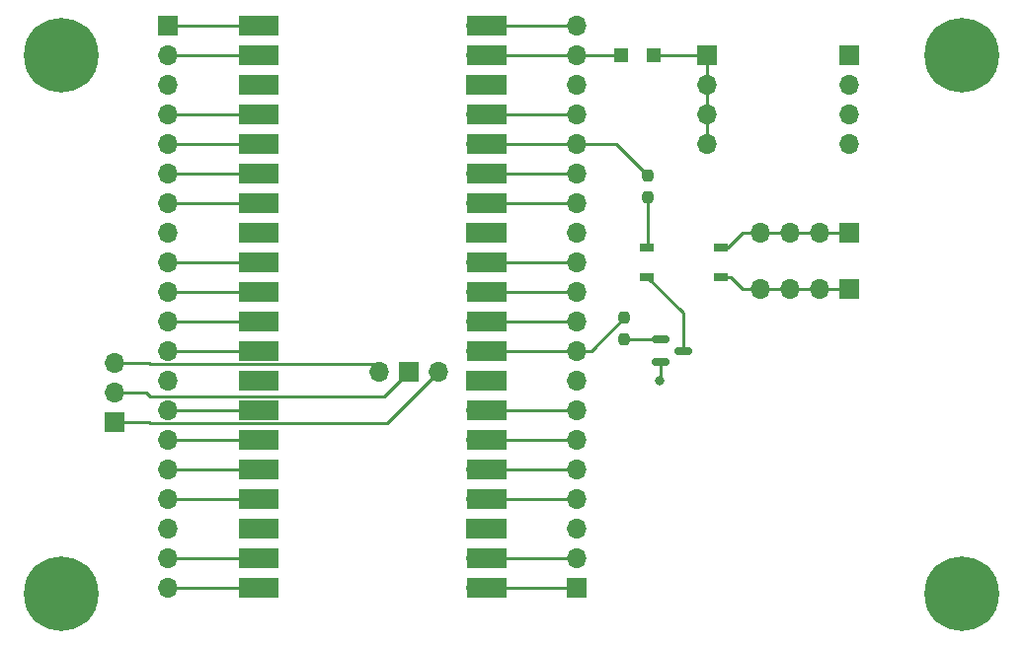
<source format=gtl>
%TF.GenerationSoftware,KiCad,Pcbnew,7.0.8*%
%TF.CreationDate,2023-11-16T15:54:20-08:00*%
%TF.ProjectId,wifi_pc_power_switch,77696669-5f70-4635-9f70-6f7765725f73,rev?*%
%TF.SameCoordinates,Original*%
%TF.FileFunction,Copper,L1,Top*%
%TF.FilePolarity,Positive*%
%FSLAX46Y46*%
G04 Gerber Fmt 4.6, Leading zero omitted, Abs format (unit mm)*
G04 Created by KiCad (PCBNEW 7.0.8) date 2023-11-16 15:54:20*
%MOMM*%
%LPD*%
G01*
G04 APERTURE LIST*
G04 Aperture macros list*
%AMRoundRect*
0 Rectangle with rounded corners*
0 $1 Rounding radius*
0 $2 $3 $4 $5 $6 $7 $8 $9 X,Y pos of 4 corners*
0 Add a 4 corners polygon primitive as box body*
4,1,4,$2,$3,$4,$5,$6,$7,$8,$9,$2,$3,0*
0 Add four circle primitives for the rounded corners*
1,1,$1+$1,$2,$3*
1,1,$1+$1,$4,$5*
1,1,$1+$1,$6,$7*
1,1,$1+$1,$8,$9*
0 Add four rect primitives between the rounded corners*
20,1,$1+$1,$2,$3,$4,$5,0*
20,1,$1+$1,$4,$5,$6,$7,0*
20,1,$1+$1,$6,$7,$8,$9,0*
20,1,$1+$1,$8,$9,$2,$3,0*%
G04 Aperture macros list end*
%TA.AperFunction,SMDPad,CuDef*%
%ADD10RoundRect,0.150000X-0.587500X-0.150000X0.587500X-0.150000X0.587500X0.150000X-0.587500X0.150000X0*%
%TD*%
%TA.AperFunction,ComponentPad*%
%ADD11R,1.700000X1.700000*%
%TD*%
%TA.AperFunction,ComponentPad*%
%ADD12O,1.700000X1.700000*%
%TD*%
%TA.AperFunction,SMDPad,CuDef*%
%ADD13RoundRect,0.237500X0.237500X-0.250000X0.237500X0.250000X-0.237500X0.250000X-0.237500X-0.250000X0*%
%TD*%
%TA.AperFunction,ComponentPad*%
%ADD14C,0.800000*%
%TD*%
%TA.AperFunction,ComponentPad*%
%ADD15C,6.400000*%
%TD*%
%TA.AperFunction,SMDPad,CuDef*%
%ADD16R,1.200000X1.200000*%
%TD*%
%TA.AperFunction,SMDPad,CuDef*%
%ADD17R,3.500000X1.700000*%
%TD*%
%TA.AperFunction,SMDPad,CuDef*%
%ADD18R,1.200000X0.800000*%
%TD*%
%TA.AperFunction,ViaPad*%
%ADD19C,0.800000*%
%TD*%
%TA.AperFunction,Conductor*%
%ADD20C,0.250000*%
%TD*%
G04 APERTURE END LIST*
D10*
%TO.P,Q1,1,G*%
%TO.N,Net-(Q1-G)*%
X188038500Y-104714000D03*
%TO.P,Q1,2,S*%
%TO.N,GND*%
X188038500Y-106614000D03*
%TO.P,Q1,3,D*%
%TO.N,Net-(Q1-D)*%
X189913500Y-105664000D03*
%TD*%
D11*
%TO.P,J7,1,Pin_1*%
%TO.N,Net-(J7-Pin_1)*%
X204216000Y-100330000D03*
D12*
%TO.P,J7,2,Pin_2*%
X201676000Y-100330000D03*
%TO.P,J7,3,Pin_3*%
X199136000Y-100330000D03*
%TO.P,J7,4,Pin_4*%
X196596000Y-100330000D03*
%TD*%
D11*
%TO.P,J6,1,Pin_1*%
%TO.N,Net-(J6-Pin_1)*%
X204216000Y-95504000D03*
D12*
%TO.P,J6,2,Pin_2*%
X201676000Y-95504000D03*
%TO.P,J6,3,Pin_3*%
X199136000Y-95504000D03*
%TO.P,J6,4,Pin_4*%
X196596000Y-95504000D03*
%TD*%
D11*
%TO.P,J1,1,Pin_1*%
%TO.N,Net-(J1-Pin_1)*%
X145796000Y-77724000D03*
D12*
%TO.P,J1,2,Pin_2*%
%TO.N,Net-(J1-Pin_2)*%
X145796000Y-80264000D03*
%TO.P,J1,3,Pin_3*%
%TO.N,GND*%
X145796000Y-82804000D03*
%TO.P,J1,4,Pin_4*%
%TO.N,Net-(J1-Pin_4)*%
X145796000Y-85344000D03*
%TO.P,J1,5,Pin_5*%
%TO.N,Net-(J1-Pin_5)*%
X145796000Y-87884000D03*
%TO.P,J1,6,Pin_6*%
%TO.N,Net-(J1-Pin_6)*%
X145796000Y-90424000D03*
%TO.P,J1,7,Pin_7*%
%TO.N,Net-(J1-Pin_7)*%
X145796000Y-92964000D03*
%TO.P,J1,8,Pin_8*%
%TO.N,GND*%
X145796000Y-95504000D03*
%TO.P,J1,9,Pin_9*%
%TO.N,Net-(J1-Pin_9)*%
X145796000Y-98044000D03*
%TO.P,J1,10,Pin_10*%
%TO.N,Net-(J1-Pin_10)*%
X145796000Y-100584000D03*
%TO.P,J1,11,Pin_11*%
%TO.N,Net-(J1-Pin_11)*%
X145796000Y-103124000D03*
%TO.P,J1,12,Pin_12*%
%TO.N,Net-(J1-Pin_12)*%
X145796000Y-105664000D03*
%TO.P,J1,13,Pin_13*%
%TO.N,GND*%
X145796000Y-108204000D03*
%TO.P,J1,14,Pin_14*%
%TO.N,Net-(J1-Pin_14)*%
X145796000Y-110744000D03*
%TO.P,J1,15,Pin_15*%
%TO.N,Net-(J1-Pin_15)*%
X145796000Y-113284000D03*
%TO.P,J1,16,Pin_16*%
%TO.N,Net-(J1-Pin_16)*%
X145796000Y-115824000D03*
%TO.P,J1,17,Pin_17*%
%TO.N,Net-(J1-Pin_17)*%
X145796000Y-118364000D03*
%TO.P,J1,18,Pin_18*%
%TO.N,GND*%
X145796000Y-120904000D03*
%TO.P,J1,19,Pin_19*%
%TO.N,Net-(J1-Pin_19)*%
X145796000Y-123444000D03*
%TO.P,J1,20,Pin_20*%
%TO.N,Net-(J1-Pin_20)*%
X145796000Y-125984000D03*
%TD*%
D13*
%TO.P,R1,1*%
%TO.N,Net-(Q1-G)*%
X184912000Y-104648000D03*
%TO.P,R1,2*%
%TO.N,/EN*%
X184912000Y-102823000D03*
%TD*%
D14*
%TO.P,H2,1,1*%
%TO.N,GND*%
X211468000Y-80264000D03*
X212170944Y-78566944D03*
X212170944Y-81961056D03*
X213868000Y-77864000D03*
D15*
X213868000Y-80264000D03*
D14*
X213868000Y-82664000D03*
X215565056Y-78566944D03*
X215565056Y-81961056D03*
X216268000Y-80264000D03*
%TD*%
D11*
%TO.P,J5,1,Pin_1*%
%TO.N,GND*%
X204216000Y-80264000D03*
D12*
%TO.P,J5,2,Pin_2*%
X204216000Y-82804000D03*
%TO.P,J5,3,Pin_3*%
X204216000Y-85344000D03*
%TO.P,J5,4,Pin_4*%
X204216000Y-87884000D03*
%TD*%
D16*
%TO.P,D2,1,K*%
%TO.N,Net-(D2-K)*%
X184652000Y-80264000D03*
%TO.P,D2,2,A*%
%TO.N,Net-(D2-A)*%
X187452000Y-80264000D03*
%TD*%
D11*
%TO.P,J3,1,Pin_1*%
%TO.N,Net-(D2-A)*%
X192024000Y-80264000D03*
D12*
%TO.P,J3,2,Pin_2*%
X192024000Y-82804000D03*
%TO.P,J3,3,Pin_3*%
X192024000Y-85344000D03*
%TO.P,J3,4,Pin_4*%
X192024000Y-87884000D03*
%TD*%
D11*
%TO.P,J4,1,Pin_1*%
%TO.N,Net-(J4-Pin_1)*%
X141199000Y-111760000D03*
D12*
%TO.P,J4,2,Pin_2*%
%TO.N,Net-(J4-Pin_2)*%
X141199000Y-109220000D03*
%TO.P,J4,3,Pin_3*%
%TO.N,Net-(J4-Pin_3)*%
X141199000Y-106680000D03*
%TD*%
D13*
%TO.P,R2,1*%
%TO.N,Net-(R2-Pad1)*%
X186944000Y-92456000D03*
%TO.P,R2,2*%
%TO.N,/V_{3.3}*%
X186944000Y-90631000D03*
%TD*%
D12*
%TO.P,U1,1,GPIO0*%
%TO.N,Net-(J1-Pin_1)*%
X154432000Y-77724000D03*
D17*
X153532000Y-77724000D03*
D12*
%TO.P,U1,2,GPIO1*%
%TO.N,Net-(J1-Pin_2)*%
X154432000Y-80264000D03*
D17*
X153532000Y-80264000D03*
D11*
%TO.P,U1,3,GND*%
%TO.N,GND*%
X154432000Y-82804000D03*
D17*
X153532000Y-82804000D03*
D12*
%TO.P,U1,4,GPIO2*%
%TO.N,Net-(J1-Pin_4)*%
X154432000Y-85344000D03*
D17*
X153532000Y-85344000D03*
D12*
%TO.P,U1,5,GPIO3*%
%TO.N,Net-(J1-Pin_5)*%
X154432000Y-87884000D03*
D17*
X153532000Y-87884000D03*
D12*
%TO.P,U1,6,GPIO4*%
%TO.N,Net-(J1-Pin_6)*%
X154432000Y-90424000D03*
D17*
X153532000Y-90424000D03*
D12*
%TO.P,U1,7,GPIO5*%
%TO.N,Net-(J1-Pin_7)*%
X154432000Y-92964000D03*
D17*
X153532000Y-92964000D03*
D11*
%TO.P,U1,8,GND*%
%TO.N,GND*%
X154432000Y-95504000D03*
D17*
X153532000Y-95504000D03*
D12*
%TO.P,U1,9,GPIO6*%
%TO.N,Net-(J1-Pin_9)*%
X154432000Y-98044000D03*
D17*
X153532000Y-98044000D03*
D12*
%TO.P,U1,10,GPIO7*%
%TO.N,Net-(J1-Pin_10)*%
X154432000Y-100584000D03*
D17*
X153532000Y-100584000D03*
D12*
%TO.P,U1,11,GPIO8*%
%TO.N,Net-(J1-Pin_11)*%
X154432000Y-103124000D03*
D17*
X153532000Y-103124000D03*
D12*
%TO.P,U1,12,GPIO9*%
%TO.N,Net-(J1-Pin_12)*%
X154432000Y-105664000D03*
D17*
X153532000Y-105664000D03*
D11*
%TO.P,U1,13,GND*%
%TO.N,GND*%
X154432000Y-108204000D03*
D17*
X153532000Y-108204000D03*
D12*
%TO.P,U1,14,GPIO10*%
%TO.N,Net-(J1-Pin_14)*%
X154432000Y-110744000D03*
D17*
X153532000Y-110744000D03*
D12*
%TO.P,U1,15,GPIO11*%
%TO.N,Net-(J1-Pin_15)*%
X154432000Y-113284000D03*
D17*
X153532000Y-113284000D03*
D12*
%TO.P,U1,16,GPIO12*%
%TO.N,Net-(J1-Pin_16)*%
X154432000Y-115824000D03*
D17*
X153532000Y-115824000D03*
D12*
%TO.P,U1,17,GPIO13*%
%TO.N,Net-(J1-Pin_17)*%
X154432000Y-118364000D03*
D17*
X153532000Y-118364000D03*
D11*
%TO.P,U1,18,GND*%
%TO.N,GND*%
X154432000Y-120904000D03*
D17*
X153532000Y-120904000D03*
D12*
%TO.P,U1,19,GPIO14*%
%TO.N,Net-(J1-Pin_19)*%
X154432000Y-123444000D03*
D17*
X153532000Y-123444000D03*
D12*
%TO.P,U1,20,GPIO15*%
%TO.N,Net-(J1-Pin_20)*%
X154432000Y-125984000D03*
D17*
X153532000Y-125984000D03*
D12*
%TO.P,U1,21,GPIO16*%
%TO.N,Net-(J2-Pin_1)*%
X172212000Y-125984000D03*
D17*
X173112000Y-125984000D03*
D12*
%TO.P,U1,22,GPIO17*%
%TO.N,Net-(J2-Pin_2)*%
X172212000Y-123444000D03*
D17*
X173112000Y-123444000D03*
D11*
%TO.P,U1,23,GND*%
%TO.N,GND*%
X172212000Y-120904000D03*
D17*
X173112000Y-120904000D03*
D12*
%TO.P,U1,24,GPIO18*%
%TO.N,Net-(J2-Pin_4)*%
X172212000Y-118364000D03*
D17*
X173112000Y-118364000D03*
D12*
%TO.P,U1,25,GPIO19*%
%TO.N,Net-(J2-Pin_5)*%
X172212000Y-115824000D03*
D17*
X173112000Y-115824000D03*
D12*
%TO.P,U1,26,GPIO20*%
%TO.N,Net-(J2-Pin_6)*%
X172212000Y-113284000D03*
D17*
X173112000Y-113284000D03*
D12*
%TO.P,U1,27,GPIO21*%
%TO.N,Net-(J2-Pin_7)*%
X172212000Y-110744000D03*
D17*
X173112000Y-110744000D03*
D11*
%TO.P,U1,28,GND*%
%TO.N,GND*%
X172212000Y-108204000D03*
D17*
X173112000Y-108204000D03*
D12*
%TO.P,U1,29,GPIO22*%
%TO.N,/EN*%
X172212000Y-105664000D03*
D17*
X173112000Y-105664000D03*
D12*
%TO.P,U1,30,RUN*%
%TO.N,Net-(J2-Pin_10)*%
X172212000Y-103124000D03*
D17*
X173112000Y-103124000D03*
D12*
%TO.P,U1,31,GPIO26_ADC0*%
%TO.N,Net-(J2-Pin_11)*%
X172212000Y-100584000D03*
D17*
X173112000Y-100584000D03*
D12*
%TO.P,U1,32,GPIO27_ADC1*%
%TO.N,Net-(J2-Pin_12)*%
X172212000Y-98044000D03*
D17*
X173112000Y-98044000D03*
D11*
%TO.P,U1,33,AGND*%
%TO.N,GND*%
X172212000Y-95504000D03*
D17*
X173112000Y-95504000D03*
D12*
%TO.P,U1,34,GPIO28_ADC2*%
%TO.N,Net-(J2-Pin_14)*%
X172212000Y-92964000D03*
D17*
X173112000Y-92964000D03*
D12*
%TO.P,U1,35,ADC_VREF*%
%TO.N,Net-(J2-Pin_15)*%
X172212000Y-90424000D03*
D17*
X173112000Y-90424000D03*
D12*
%TO.P,U1,36,3V3*%
%TO.N,/V_{3.3}*%
X172212000Y-87884000D03*
D17*
X173112000Y-87884000D03*
D12*
%TO.P,U1,37,3V3_EN*%
%TO.N,Net-(J2-Pin_17)*%
X172212000Y-85344000D03*
D17*
X173112000Y-85344000D03*
D11*
%TO.P,U1,38,GND*%
%TO.N,GND*%
X172212000Y-82804000D03*
D17*
X173112000Y-82804000D03*
D12*
%TO.P,U1,39,VSYS*%
%TO.N,Net-(D2-K)*%
X172212000Y-80264000D03*
D17*
X173112000Y-80264000D03*
D12*
%TO.P,U1,40,VBUS*%
%TO.N,Net-(J2-Pin_20)*%
X172212000Y-77724000D03*
D17*
X173112000Y-77724000D03*
D12*
%TO.P,U1,41,SWCLK*%
%TO.N,Net-(J4-Pin_3)*%
X163906100Y-107454000D03*
D11*
%TO.P,U1,42,GND*%
%TO.N,Net-(J4-Pin_2)*%
X166446100Y-107454000D03*
D12*
%TO.P,U1,43,SWDIO*%
%TO.N,Net-(J4-Pin_1)*%
X168986100Y-107454000D03*
%TD*%
D14*
%TO.P,H1,1,1*%
%TO.N,GND*%
X134252000Y-80264000D03*
X134954944Y-78566944D03*
X134954944Y-81961056D03*
X136652000Y-77864000D03*
D15*
X136652000Y-80264000D03*
D14*
X136652000Y-82664000D03*
X138349056Y-78566944D03*
X138349056Y-81961056D03*
X139052000Y-80264000D03*
%TD*%
%TO.P,H3,1,1*%
%TO.N,GND*%
X134252000Y-126492000D03*
X134954944Y-124794944D03*
X134954944Y-128189056D03*
X136652000Y-124092000D03*
D15*
X136652000Y-126492000D03*
D14*
X136652000Y-128892000D03*
X138349056Y-124794944D03*
X138349056Y-128189056D03*
X139052000Y-126492000D03*
%TD*%
%TO.P,H4,1,1*%
%TO.N,GND*%
X211468000Y-126492000D03*
X212170944Y-124794944D03*
X212170944Y-128189056D03*
X213868000Y-124092000D03*
D15*
X213868000Y-126492000D03*
D14*
X213868000Y-128892000D03*
X215565056Y-124794944D03*
X215565056Y-128189056D03*
X216268000Y-126492000D03*
%TD*%
D18*
%TO.P,U2,1*%
%TO.N,Net-(R2-Pad1)*%
X186842000Y-96774000D03*
%TO.P,U2,3*%
%TO.N,Net-(Q1-D)*%
X186842000Y-99314000D03*
%TO.P,U2,4*%
%TO.N,Net-(J7-Pin_1)*%
X193142000Y-99314000D03*
%TO.P,U2,6*%
%TO.N,Net-(J6-Pin_1)*%
X193142000Y-96774000D03*
%TD*%
D11*
%TO.P,J2,1,Pin_1*%
%TO.N,Net-(J2-Pin_1)*%
X180848000Y-125984000D03*
D12*
%TO.P,J2,2,Pin_2*%
%TO.N,Net-(J2-Pin_2)*%
X180848000Y-123444000D03*
%TO.P,J2,3,Pin_3*%
%TO.N,GND*%
X180848000Y-120904000D03*
%TO.P,J2,4,Pin_4*%
%TO.N,Net-(J2-Pin_4)*%
X180848000Y-118364000D03*
%TO.P,J2,5,Pin_5*%
%TO.N,Net-(J2-Pin_5)*%
X180848000Y-115824000D03*
%TO.P,J2,6,Pin_6*%
%TO.N,Net-(J2-Pin_6)*%
X180848000Y-113284000D03*
%TO.P,J2,7,Pin_7*%
%TO.N,Net-(J2-Pin_7)*%
X180848000Y-110744000D03*
%TO.P,J2,8,Pin_8*%
%TO.N,GND*%
X180848000Y-108204000D03*
%TO.P,J2,9,Pin_9*%
%TO.N,/EN*%
X180848000Y-105664000D03*
%TO.P,J2,10,Pin_10*%
%TO.N,Net-(J2-Pin_10)*%
X180848000Y-103124000D03*
%TO.P,J2,11,Pin_11*%
%TO.N,Net-(J2-Pin_11)*%
X180848000Y-100584000D03*
%TO.P,J2,12,Pin_12*%
%TO.N,Net-(J2-Pin_12)*%
X180848000Y-98044000D03*
%TO.P,J2,13,Pin_13*%
%TO.N,GND*%
X180848000Y-95504000D03*
%TO.P,J2,14,Pin_14*%
%TO.N,Net-(J2-Pin_14)*%
X180848000Y-92964000D03*
%TO.P,J2,15,Pin_15*%
%TO.N,Net-(J2-Pin_15)*%
X180848000Y-90424000D03*
%TO.P,J2,16,Pin_16*%
%TO.N,/V_{3.3}*%
X180848000Y-87884000D03*
%TO.P,J2,17,Pin_17*%
%TO.N,Net-(J2-Pin_17)*%
X180848000Y-85344000D03*
%TO.P,J2,18,Pin_18*%
%TO.N,GND*%
X180848000Y-82804000D03*
%TO.P,J2,19,Pin_19*%
%TO.N,Net-(D2-K)*%
X180848000Y-80264000D03*
%TO.P,J2,20,Pin_20*%
%TO.N,Net-(J2-Pin_20)*%
X180848000Y-77724000D03*
%TD*%
D19*
%TO.N,GND*%
X187960000Y-108204000D03*
%TD*%
D20*
%TO.N,Net-(Q1-G)*%
X184912000Y-104648000D02*
X187972500Y-104648000D01*
%TO.N,GND*%
X188038500Y-108125500D02*
X187960000Y-108204000D01*
X188038500Y-106614000D02*
X188038500Y-108125500D01*
%TO.N,Net-(Q1-D)*%
X189913500Y-105664000D02*
X189913500Y-102385500D01*
X189913500Y-102385500D02*
X186842000Y-99314000D01*
%TO.N,Net-(R2-Pad1)*%
X186944000Y-92456000D02*
X186944000Y-96672000D01*
%TO.N,Net-(J7-Pin_1)*%
X204216000Y-100330000D02*
X195072000Y-100330000D01*
X194056000Y-99314000D02*
X195072000Y-100330000D01*
X193142000Y-99314000D02*
X194056000Y-99314000D01*
%TO.N,Net-(J6-Pin_1)*%
X193142000Y-96774000D02*
X193802000Y-96774000D01*
X204216000Y-95504000D02*
X195072000Y-95504000D01*
X193802000Y-96774000D02*
X195072000Y-95504000D01*
%TO.N,Net-(D2-K)*%
X172212000Y-80264000D02*
X184652000Y-80264000D01*
%TO.N,Net-(D2-A)*%
X192024000Y-80264000D02*
X192024000Y-87884000D01*
X187452000Y-80264000D02*
X192024000Y-80264000D01*
%TO.N,Net-(J1-Pin_1)*%
X154432000Y-77724000D02*
X145796000Y-77724000D01*
%TO.N,Net-(J1-Pin_2)*%
X154432000Y-80264000D02*
X145796000Y-80264000D01*
%TO.N,Net-(J1-Pin_4)*%
X154432000Y-85344000D02*
X145796000Y-85344000D01*
%TO.N,Net-(J1-Pin_5)*%
X154432000Y-87884000D02*
X145796000Y-87884000D01*
%TO.N,Net-(J1-Pin_6)*%
X154432000Y-90424000D02*
X145796000Y-90424000D01*
%TO.N,Net-(J1-Pin_7)*%
X154432000Y-92964000D02*
X145796000Y-92964000D01*
%TO.N,Net-(J1-Pin_9)*%
X154432000Y-98044000D02*
X145796000Y-98044000D01*
%TO.N,Net-(J1-Pin_10)*%
X154432000Y-100584000D02*
X145796000Y-100584000D01*
%TO.N,Net-(J1-Pin_11)*%
X154432000Y-103124000D02*
X145796000Y-103124000D01*
%TO.N,Net-(J1-Pin_12)*%
X154432000Y-105664000D02*
X145796000Y-105664000D01*
%TO.N,Net-(J1-Pin_14)*%
X154432000Y-110744000D02*
X145796000Y-110744000D01*
%TO.N,Net-(J1-Pin_15)*%
X154432000Y-113284000D02*
X145796000Y-113284000D01*
%TO.N,Net-(J1-Pin_16)*%
X154432000Y-115824000D02*
X145796000Y-115824000D01*
%TO.N,Net-(J1-Pin_17)*%
X154432000Y-118364000D02*
X145796000Y-118364000D01*
%TO.N,Net-(J1-Pin_19)*%
X154432000Y-123444000D02*
X145796000Y-123444000D01*
%TO.N,Net-(J1-Pin_20)*%
X154432000Y-125984000D02*
X145796000Y-125984000D01*
%TO.N,Net-(J2-Pin_1)*%
X172212000Y-125984000D02*
X180848000Y-125984000D01*
%TO.N,Net-(J2-Pin_2)*%
X180848000Y-123444000D02*
X172212000Y-123444000D01*
%TO.N,Net-(J2-Pin_4)*%
X172212000Y-118364000D02*
X180848000Y-118364000D01*
%TO.N,Net-(J2-Pin_5)*%
X180848000Y-115824000D02*
X172212000Y-115824000D01*
%TO.N,Net-(J2-Pin_6)*%
X172212000Y-113284000D02*
X180848000Y-113284000D01*
%TO.N,Net-(J2-Pin_7)*%
X180848000Y-110744000D02*
X172212000Y-110744000D01*
%TO.N,Net-(J2-Pin_10)*%
X180848000Y-103124000D02*
X172212000Y-103124000D01*
%TO.N,Net-(J2-Pin_11)*%
X172212000Y-100584000D02*
X180848000Y-100584000D01*
%TO.N,Net-(J2-Pin_12)*%
X180848000Y-98044000D02*
X172212000Y-98044000D01*
%TO.N,Net-(J2-Pin_14)*%
X172212000Y-92964000D02*
X180848000Y-92964000D01*
%TO.N,Net-(J2-Pin_15)*%
X180848000Y-90424000D02*
X172212000Y-90424000D01*
%TO.N,/V_{3.3}*%
X180848000Y-87884000D02*
X184197000Y-87884000D01*
X172212000Y-87884000D02*
X180848000Y-87884000D01*
X184197000Y-87884000D02*
X186944000Y-90631000D01*
%TO.N,Net-(J2-Pin_17)*%
X180848000Y-85344000D02*
X172212000Y-85344000D01*
%TO.N,Net-(J2-Pin_20)*%
X180848000Y-77724000D02*
X172212000Y-77724000D01*
%TO.N,Net-(J4-Pin_3)*%
X141199000Y-106680000D02*
X144113000Y-106680000D01*
X163291100Y-106839000D02*
X144272000Y-106839000D01*
X163906100Y-107454000D02*
X163291100Y-106839000D01*
X144113000Y-106680000D02*
X144272000Y-106839000D01*
%TO.N,Net-(J4-Pin_2)*%
X164331100Y-109569000D02*
X144272000Y-109569000D01*
X166446100Y-107454000D02*
X164331100Y-109569000D01*
X143923000Y-109220000D02*
X144272000Y-109569000D01*
X141199000Y-109220000D02*
X143923000Y-109220000D01*
%TO.N,Net-(J4-Pin_1)*%
X164521100Y-111919000D02*
X144272000Y-111919000D01*
X168986100Y-107454000D02*
X164521100Y-111919000D01*
X141199000Y-111760000D02*
X144113000Y-111760000D01*
X144113000Y-111760000D02*
X144272000Y-111919000D01*
%TO.N,/EN*%
X180848000Y-105664000D02*
X182071000Y-105664000D01*
X182071000Y-105664000D02*
X184912000Y-102823000D01*
X172212000Y-105664000D02*
X180848000Y-105664000D01*
%TD*%
M02*

</source>
